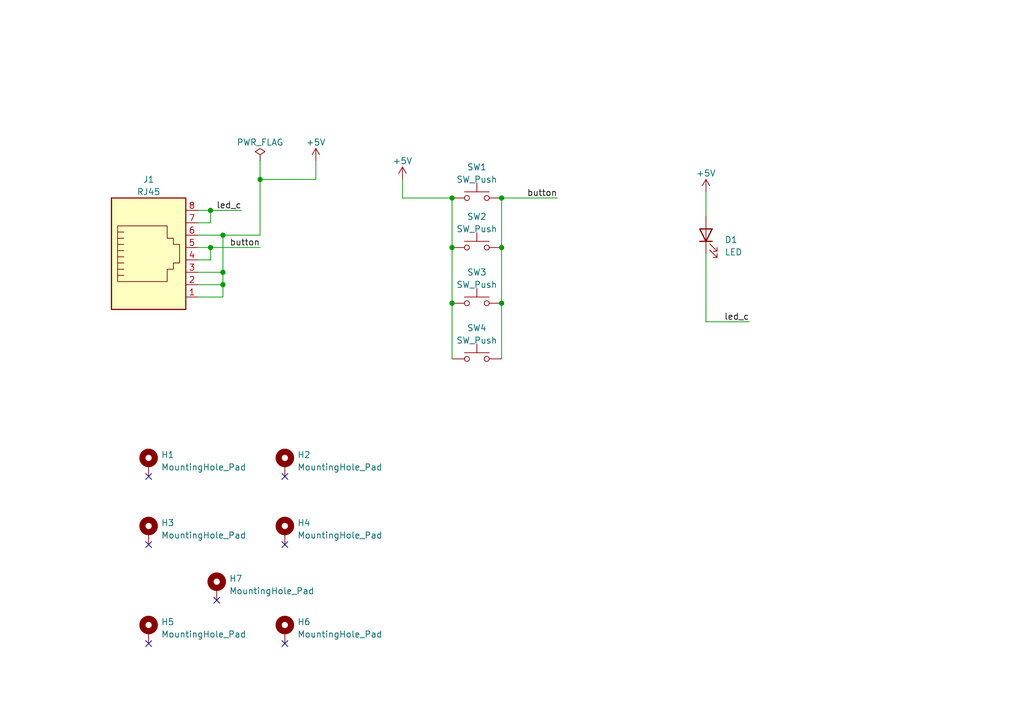
<source format=kicad_sch>
(kicad_sch (version 20230121) (generator eeschema)
  (paper "A5")
  (lib_symbols
    (symbol "Connector:RJ45" (pin_names (offset 1.016))
      (property "Reference" "J" (at -5.08 13.97 0))
      (property "Value" "RJ45" (at 2.54 13.97 0))
      (symbol "RJ45_0_1"
        (polyline (pts (xy -5.08 4.445) (xy -6.35 4.445)))
        (polyline (pts (xy -5.08 5.715) (xy -6.35 5.715)))
        (polyline (pts (xy -6.35 -3.175) (xy -5.08 -3.175) (xy -5.08 -3.175)))
        (polyline (pts (xy -6.35 -1.905) (xy -5.08 -1.905) (xy -5.08 -1.905)))
        (polyline (pts (xy -6.35 -0.635) (xy -5.08 -0.635) (xy -5.08 -0.635)))
        (polyline (pts (xy -6.35 0.635) (xy -5.08 0.635) (xy -5.08 0.635)))
        (polyline (pts (xy -6.35 1.905) (xy -5.08 1.905) (xy -5.08 1.905)))
        (polyline (pts (xy -5.08 3.175) (xy -6.35 3.175) (xy -6.35 3.175)))
        (polyline (pts (xy -6.35 -4.445) (xy -6.35 6.985) (xy 3.81 6.985) (xy 3.81 4.445) (xy 5.08 4.445) (xy 5.08 3.175) (xy 6.35 3.175) (xy 6.35 -0.635) (xy 5.08 -0.635) (xy 5.08 -1.905) (xy 3.81 -1.905) (xy 3.81 -4.445) (xy -6.35 -4.445) (xy -6.35 -4.445)))
        (rectangle (start 7.62 12.7) (end -7.62 -10.16) (stroke (width 0.254)) (fill (type background)))
      )
      (symbol "RJ45_1_1"
        (pin passive line (at 10.16 -7.62 180) (length 2.54) (name "~") (number "1"))
        (pin passive line (at 10.16 -5.08 180) (length 2.54) (name "~") (number "2"))
        (pin passive line (at 10.16 -2.54 180) (length 2.54) (name "~") (number "3"))
        (pin passive line (at 10.16 0 180) (length 2.54) (name "~") (number "4"))
        (pin passive line (at 10.16 2.54 180) (length 2.54) (name "~") (number "5"))
        (pin passive line (at 10.16 5.08 180) (length 2.54) (name "~") (number "6"))
        (pin passive line (at 10.16 7.62 180) (length 2.54) (name "~") (number "7"))
        (pin passive line (at 10.16 10.16 180) (length 2.54) (name "~") (number "8"))
      )
    )
    (symbol "Device:LED" (pin_numbers hide) (pin_names (offset 1.016) hide)
      (property "Reference" "D" (at 0 2.54 0))
      (property "Value" "LED" (at 0 -2.54 0))
      (symbol "LED_0_1"
        (polyline (pts (xy -1.27 -1.27) (xy -1.27 1.27)) (stroke (width 0.254)))
        (polyline (pts (xy -1.27 0) (xy 1.27 0)))
        (polyline (pts (xy 1.27 -1.27) (xy 1.27 1.27) (xy -1.27 0) (xy 1.27 -1.27)) (stroke (width 0.254)))
        (polyline (pts (xy -3.048 -0.762) (xy -4.572 -2.286) (xy -3.81 -2.286) (xy -4.572 -2.286) (xy -4.572 -1.524)))
        (polyline (pts (xy -1.778 -0.762) (xy -3.302 -2.286) (xy -2.54 -2.286) (xy -3.302 -2.286) (xy -3.302 -1.524)))
      )
      (symbol "LED_1_1"
        (pin passive line (at -3.81 0 0) (length 2.54) (name "K") (number "1"))
        (pin passive line (at 3.81 0 180) (length 2.54) (name "A") (number "2"))
      )
    )
    (symbol "Mechanical:MountingHole_Pad" (pin_numbers hide) (pin_names (offset 1.016) hide)
      (property "Reference" "H" (at 0 6.35 0))
      (property "Value" "MountingHole_Pad" (at 0 4.445 0))
      (symbol "MountingHole_Pad_0_1"
        (circle (center 0 1.27) (radius 1.27) (stroke (width 1.27)))
      )
      (symbol "MountingHole_Pad_1_1"
        (pin input line (at 0 -2.54 90) (length 2.54) (name "1") (number "1"))
      )
    )
    (symbol "Switch:SW_Push" (pin_numbers hide) (pin_names (offset 1.016) hide)
      (property "Reference" "SW" (at 1.27 2.54 0))
      (property "Value" "SW_Push" (at 0 -1.524 0))
      (symbol "SW_Push_0_1"
        (circle (center -2.032 0) (radius 0.508))
        (polyline (pts (xy 0 1.27) (xy 0 3.048)))
        (polyline (pts (xy 2.54 1.27) (xy -2.54 1.27)))
        (circle (center 2.032 0) (radius 0.508))
        (pin passive line (at -5.08 0 0) (length 2.54) (name "1") (number "1"))
        (pin passive line (at 5.08 0 180) (length 2.54) (name "2") (number "2"))
      )
    )
    (symbol "power:+5V" (power) (pin_names (offset 0))
      (property "Value" "+5V" (at 0 3.556 0))
      (symbol "+5V_0_1"
        (polyline (pts (xy -0.762 1.27) (xy 0 2.54)))
        (polyline (pts (xy 0 0) (xy 0 2.54)))
        (polyline (pts (xy 0 2.54) (xy 0.762 1.27)))
      )
      (symbol "+5V_1_1"
        (pin power_in line (at 0 0 90) (length 0) hide (name "+5V") (number "1"))
      )
    )
    (symbol "power:PWR_FLAG" (power) (pin_numbers hide) (pin_names (offset 0) hide)
      (property "Value" "PWR_FLAG" (at 0 3.81 0))
      (symbol "PWR_FLAG_0_0"
        (pin power_out line (at 0 0 90) (length 0) (name "pwr") (number "1"))
      )
      (symbol "PWR_FLAG_0_1"
        (polyline (pts (xy 0 0) (xy 0 1.27) (xy -1.016 1.905) (xy 0 2.54) (xy 1.016 1.905) (xy 0 1.27)))
      )
    )
  )
  (junction (at 102.87 50.8))
  (junction (at 53.34 36.83))
  (junction (at 45.72 55.88))
  (junction (at 43.18 50.8))
  (junction (at 102.87 62.23))
  (junction (at 45.72 48.26))
  (junction (at 92.71 40.64))
  (junction (at 102.87 40.64))
  (junction (at 45.72 58.42))
  (junction (at 92.71 62.23))
  (junction (at 92.71 50.8))
  (junction (at 43.18 43.18))
  (no_connect (at 30.48 132.08))
  (no_connect (at 30.48 111.76))
  (no_connect (at 44.45 123.19))
  (no_connect (at 58.42 97.79))
  (no_connect (at 30.48 97.79))
  (no_connect (at 58.42 132.08))
  (no_connect (at 58.42 111.76))
  (wire (pts (xy 53.34 33.02) (xy 53.34 36.83)))
  (wire (pts (xy 144.78 52.07) (xy 144.78 66.04)))
  (wire (pts (xy 82.55 40.64) (xy 92.71 40.64)))
  (wire (pts (xy 43.18 43.18) (xy 49.53 43.18)))
  (wire (pts (xy 40.64 58.42) (xy 45.72 58.42)))
  (wire (pts (xy 92.71 40.64) (xy 92.71 50.8)))
  (wire (pts (xy 53.34 36.83) (xy 53.34 48.26)))
  (wire (pts (xy 43.18 43.18) (xy 40.64 43.18)))
  (wire (pts (xy 40.64 48.26) (xy 45.72 48.26)))
  (wire (pts (xy 102.87 40.64) (xy 114.3 40.64)))
  (wire (pts (xy 144.78 39.37) (xy 144.78 44.45)))
  (wire (pts (xy 102.87 62.23) (xy 102.87 73.66)))
  (wire (pts (xy 92.71 62.23) (xy 92.71 73.66)))
  (wire (pts (xy 64.77 33.02) (xy 64.77 36.83)))
  (wire (pts (xy 40.64 50.8) (xy 43.18 50.8)))
  (wire (pts (xy 45.72 48.26) (xy 45.72 55.88)))
  (wire (pts (xy 102.87 50.8) (xy 102.87 62.23)))
  (wire (pts (xy 82.55 36.83) (xy 82.55 40.64)))
  (wire (pts (xy 43.18 50.8) (xy 53.34 50.8)))
  (wire (pts (xy 45.72 55.88) (xy 45.72 58.42)))
  (wire (pts (xy 45.72 58.42) (xy 45.72 60.96)))
  (wire (pts (xy 40.64 45.72) (xy 43.18 45.72)))
  (wire (pts (xy 102.87 40.64) (xy 102.87 50.8)))
  (wire (pts (xy 40.64 55.88) (xy 45.72 55.88)))
  (wire (pts (xy 40.64 60.96) (xy 45.72 60.96)))
  (wire (pts (xy 43.18 53.34) (xy 43.18 50.8)))
  (wire (pts (xy 53.34 48.26) (xy 45.72 48.26)))
  (wire (pts (xy 53.34 36.83) (xy 64.77 36.83)))
  (wire (pts (xy 144.78 66.04) (xy 153.67 66.04)))
  (wire (pts (xy 92.71 50.8) (xy 92.71 62.23)))
  (wire (pts (xy 40.64 53.34) (xy 43.18 53.34)))
  (wire (pts (xy 43.18 45.72) (xy 43.18 43.18)))
  (label "led_c" (at 49.53 43.18 180))
  (label "button" (at 53.34 50.8 180))
  (label "button" (at 114.3 40.64 180))
  (label "led_c" (at 153.67 66.04 180))
  (symbol (lib_id "Switch:SW_Push") (at 97.79 50.8 0) (unit 1)
    (property "Reference" "SW2" (at 97.79 44.45 0))
    (property "Value" "SW_Push" (at 97.79 46.99 0))
    (property "Footprint" "Button_Switch_Keyboard:SW_Cherry_MX_1.00u_PCB" (effects hide))
  )
  (symbol (lib_id "Mechanical:MountingHole_Pad") (at 58.42 109.22 0) (unit 1) (in_bom no)
    (property "Reference" "H4" (at 60.96 107.315 0) (effects (justify left)))
    (property "Value" "MountingHole_Pad" (at 60.96 109.855 0) (effects (justify left)))
    (property "Footprint" "MountingHole:MountingHole_3.2mm_M3_Pad_Via" (effects hide))
  )
  (symbol (lib_id "power:PWR_FLAG") (at 53.34 33.02 0) (unit 1)
    (property "Reference" "#FLG01" (effects hide))
    (property "Value" "PWR_FLAG" (at 53.34 29.21 0))
  )
  (symbol (lib_id "Mechanical:MountingHole_Pad") (at 58.42 95.25 0) (unit 1) (in_bom no)
    (property "Reference" "H2" (at 60.96 93.345 0) (effects (justify left)))
    (property "Value" "MountingHole_Pad" (at 60.96 95.885 0) (effects (justify left)))
    (property "Footprint" "MountingHole:MountingHole_3.2mm_M3_Pad_Via" (effects hide))
  )
  (symbol (lib_id "power:+5V") (at 144.78 39.37 0) (unit 1)
    (property "Reference" "#PWR02" (effects hide))
    (property "Value" "+5V" (at 144.78 35.56 0))
  )
  (symbol (lib_id "Mechanical:MountingHole_Pad") (at 30.48 109.22 0) (unit 1) (in_bom no)
    (property "Reference" "H3" (at 33.02 107.315 0) (effects (justify left)))
    (property "Value" "MountingHole_Pad" (at 33.02 109.855 0) (effects (justify left)))
    (property "Footprint" "MountingHole:MountingHole_3.2mm_M3_Pad_Via" (effects hide))
  )
  (symbol (lib_id "Device:LED") (at 144.78 48.26 90) (unit 1)
    (property "Reference" "D1" (at 148.59 49.2125 90) (effects (justify right)))
    (property "Value" "LED" (at 148.59 51.7525 90) (effects (justify right)))
    (property "Footprint" "LED_THT:LED_D5.0mm" (effects hide))
  )
  (symbol (lib_id "Connector:RJ45") (at 30.48 53.34 0) (unit 1)
    (property "Reference" "J1" (at 30.48 36.83 0))
    (property "Value" "RJ45" (at 30.48 39.37 0))
    (property "Footprint" "rj45:rj45_single_RC01374" (effects hide))
    (property "Datasheet" "https://datasheet.lcsc.com/lcsc/2303091130_RCH-RC01374_C708627.pdf" (effects hide))
    (property "mpn" "C708627" (effects hide))
  )
  (symbol (lib_id "Mechanical:MountingHole_Pad") (at 30.48 95.25 0) (unit 1) (in_bom no)
    (property "Reference" "H1" (at 33.02 93.345 0) (effects (justify left)))
    (property "Value" "MountingHole_Pad" (at 33.02 95.885 0) (effects (justify left)))
    (property "Footprint" "MountingHole:MountingHole_3.2mm_M3_Pad_Via" (effects hide))
  )
  (symbol (lib_id "power:+5V") (at 64.77 33.02 0) (unit 1)
    (property "Reference" "#PWR01" (effects hide))
    (property "Value" "+5V" (at 64.77 29.21 0))
  )
  (symbol (lib_id "Mechanical:MountingHole_Pad") (at 44.45 120.65 0) (unit 1) (in_bom no)
    (property "Reference" "H7" (at 46.99 118.745 0) (effects (justify left)))
    (property "Value" "MountingHole_Pad" (at 46.99 121.285 0) (effects (justify left)))
    (property "Footprint" "MountingHole:MountingHole_3.2mm_M3_Pad_Via" (effects hide))
  )
  (symbol (lib_id "Switch:SW_Push") (at 97.79 73.66 0) (unit 1)
    (property "Reference" "SW4" (at 97.79 67.31 0))
    (property "Value" "SW_Push" (at 97.79 69.85 0))
    (property "Footprint" "Button_Switch_Keyboard:SW_Cherry_MX_1.00u_PCB" (effects hide))
  )
  (symbol (lib_id "power:+5V") (at 82.55 36.83 0) (unit 1)
    (property "Reference" "#PWR03" (effects hide))
    (property "Value" "+5V" (at 82.55 33.02 0))
  )
  (symbol (lib_id "Switch:SW_Push") (at 97.79 62.23 0) (unit 1)
    (property "Reference" "SW3" (at 97.79 55.88 0))
    (property "Value" "SW_Push" (at 97.79 58.42 0))
    (property "Footprint" "Button_Switch_Keyboard:SW_Cherry_MX_1.00u_PCB" (effects hide))
  )
  (symbol (lib_id "Mechanical:MountingHole_Pad") (at 58.42 129.54 0) (unit 1) (in_bom no)
    (property "Reference" "H6" (at 60.96 127.635 0) (effects (justify left)))
    (property "Value" "MountingHole_Pad" (at 60.96 130.175 0) (effects (justify left)))
    (property "Footprint" "MountingHole:MountingHole_3.2mm_M3_Pad_Via" (effects hide))
  )
  (symbol (lib_id "Mechanical:MountingHole_Pad") (at 30.48 129.54 0) (unit 1) (in_bom no)
    (property "Reference" "H5" (at 33.02 127.635 0) (effects (justify left)))
    (property "Value" "MountingHole_Pad" (at 33.02 130.175 0) (effects (justify left)))
    (property "Footprint" "MountingHole:MountingHole_3.2mm_M3_Pad_Via" (effects hide))
  )
  (symbol (lib_id "Switch:SW_Push") (at 97.79 40.64 0) (unit 1)
    (property "Reference" "SW1" (at 97.79 34.29 0))
    (property "Value" "SW_Push" (at 97.79 36.83 0))
    (property "Footprint" "Button_Switch_Keyboard:SW_Cherry_MX_1.00u_PCB" (effects hide))
  )
)
</source>
